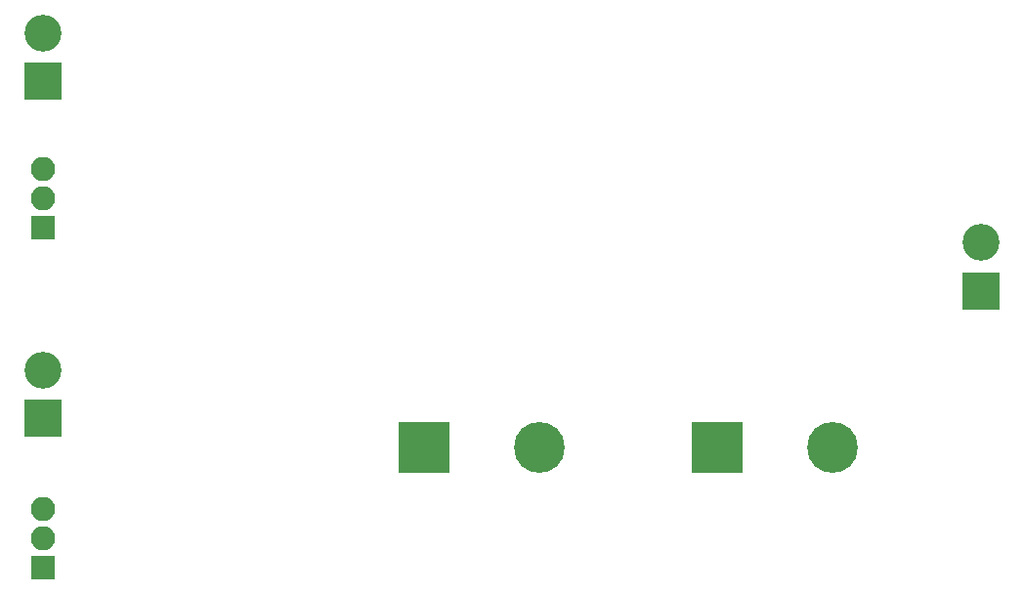
<source format=gbr>
G04 #@! TF.FileFunction,Soldermask,Bot*
%FSLAX46Y46*%
G04 Gerber Fmt 4.6, Leading zero omitted, Abs format (unit mm)*
G04 Created by KiCad (PCBNEW 4.0.7-e2-6376~58~ubuntu16.04.1) date Fri Dec  8 16:26:48 2017*
%MOMM*%
%LPD*%
G01*
G04 APERTURE LIST*
%ADD10C,0.100000*%
%ADD11R,4.400000X4.400000*%
%ADD12C,4.400000*%
%ADD13R,3.200000X3.200000*%
%ADD14C,3.200000*%
%ADD15R,2.100000X2.100000*%
%ADD16O,2.100000X2.100000*%
G04 APERTURE END LIST*
D10*
D11*
X153670000Y-88900000D03*
D12*
X163670000Y-88900000D03*
D11*
X179070000Y-88900000D03*
D12*
X189070000Y-88900000D03*
D13*
X120650000Y-57150000D03*
D14*
X120650000Y-52950000D03*
D13*
X120650000Y-86360000D03*
D14*
X120650000Y-82160000D03*
D13*
X201930000Y-75320000D03*
D14*
X201930000Y-71120000D03*
D15*
X120650000Y-69850000D03*
D16*
X120650000Y-67310000D03*
X120650000Y-64770000D03*
D15*
X120650000Y-99314000D03*
D16*
X120650000Y-96774000D03*
X120650000Y-94234000D03*
M02*

</source>
